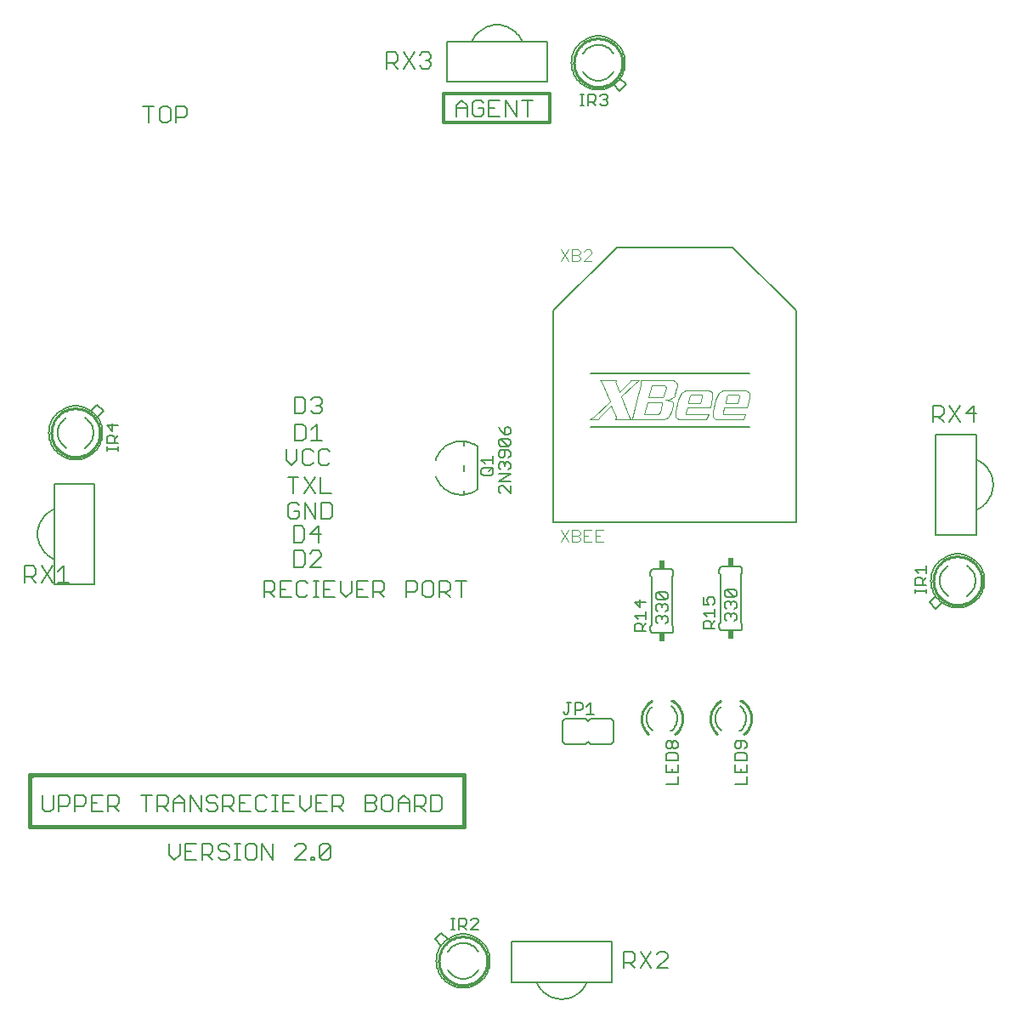
<source format=gto>
G75*
%MOIN*%
%OFA0B0*%
%FSLAX24Y24*%
%IPPOS*%
%LPD*%
%AMOC8*
5,1,8,0,0,1.08239X$1,22.5*
%
%ADD10C,0.0060*%
%ADD11C,0.0160*%
%ADD12C,0.0120*%
%ADD13C,0.0100*%
%ADD14C,0.0050*%
%ADD15R,0.0240X0.0340*%
%ADD16C,0.0080*%
%ADD17C,0.0040*%
D10*
X006263Y006576D02*
X006476Y006363D01*
X006690Y006576D01*
X006690Y007003D01*
X006907Y007003D02*
X006907Y006363D01*
X007334Y006363D01*
X007552Y006363D02*
X007552Y007003D01*
X007872Y007003D01*
X007979Y006896D01*
X007979Y006683D01*
X007872Y006576D01*
X007552Y006576D01*
X007765Y006576D02*
X007979Y006363D01*
X008196Y006469D02*
X008303Y006363D01*
X008517Y006363D01*
X008623Y006469D01*
X008623Y006576D01*
X008517Y006683D01*
X008303Y006683D01*
X008196Y006790D01*
X008196Y006896D01*
X008303Y007003D01*
X008517Y007003D01*
X008623Y006896D01*
X008841Y007003D02*
X009054Y007003D01*
X008948Y007003D02*
X008948Y006363D01*
X009054Y006363D02*
X008841Y006363D01*
X009271Y006469D02*
X009271Y006896D01*
X009377Y007003D01*
X009591Y007003D01*
X009698Y006896D01*
X009698Y006469D01*
X009591Y006363D01*
X009377Y006363D01*
X009271Y006469D01*
X009915Y006363D02*
X009915Y007003D01*
X010342Y006363D01*
X010342Y007003D01*
X011204Y006896D02*
X011311Y007003D01*
X011525Y007003D01*
X011631Y006896D01*
X011631Y006790D01*
X011204Y006363D01*
X011631Y006363D01*
X011849Y006363D02*
X011956Y006363D01*
X011956Y006469D01*
X011849Y006469D01*
X011849Y006363D01*
X012171Y006469D02*
X012171Y006896D01*
X012278Y007003D01*
X012491Y007003D01*
X012598Y006896D01*
X012171Y006469D01*
X012278Y006363D01*
X012491Y006363D01*
X012598Y006469D01*
X012598Y006896D01*
X012680Y008258D02*
X012680Y008898D01*
X013000Y008898D01*
X013107Y008792D01*
X013107Y008578D01*
X013000Y008471D01*
X012680Y008471D01*
X012893Y008471D02*
X013107Y008258D01*
X012462Y008258D02*
X012035Y008258D01*
X012035Y008898D01*
X012462Y008898D01*
X012249Y008578D02*
X012035Y008578D01*
X011818Y008471D02*
X011604Y008258D01*
X011391Y008471D01*
X011391Y008898D01*
X011173Y008898D02*
X010746Y008898D01*
X010746Y008258D01*
X011173Y008258D01*
X010960Y008578D02*
X010746Y008578D01*
X010530Y008258D02*
X010316Y008258D01*
X010423Y008258D02*
X010423Y008898D01*
X010316Y008898D02*
X010530Y008898D01*
X010099Y008792D02*
X009992Y008898D01*
X009779Y008898D01*
X009672Y008792D01*
X009672Y008364D01*
X009779Y008258D01*
X009992Y008258D01*
X010099Y008364D01*
X009454Y008258D02*
X009027Y008258D01*
X009027Y008898D01*
X009454Y008898D01*
X009241Y008578D02*
X009027Y008578D01*
X008810Y008578D02*
X008703Y008471D01*
X008383Y008471D01*
X008596Y008471D02*
X008810Y008258D01*
X008810Y008578D02*
X008810Y008792D01*
X008703Y008898D01*
X008383Y008898D01*
X008383Y008258D01*
X008165Y008364D02*
X008058Y008258D01*
X007845Y008258D01*
X007738Y008364D01*
X007845Y008578D02*
X008058Y008578D01*
X008165Y008471D01*
X008165Y008364D01*
X007845Y008578D02*
X007738Y008685D01*
X007738Y008792D01*
X007845Y008898D01*
X008058Y008898D01*
X008165Y008792D01*
X007521Y008898D02*
X007521Y008258D01*
X007094Y008898D01*
X007094Y008258D01*
X006876Y008258D02*
X006876Y008685D01*
X006663Y008898D01*
X006449Y008685D01*
X006449Y008258D01*
X006232Y008258D02*
X006018Y008471D01*
X006125Y008471D02*
X005805Y008471D01*
X005805Y008258D02*
X005805Y008898D01*
X006125Y008898D01*
X006232Y008792D01*
X006232Y008578D01*
X006125Y008471D01*
X006449Y008578D02*
X006876Y008578D01*
X005587Y008898D02*
X005160Y008898D01*
X005373Y008898D02*
X005373Y008258D01*
X004298Y008258D02*
X004084Y008471D01*
X004191Y008471D02*
X003871Y008471D01*
X003871Y008258D02*
X003871Y008898D01*
X004191Y008898D01*
X004298Y008792D01*
X004298Y008578D01*
X004191Y008471D01*
X003653Y008258D02*
X003226Y008258D01*
X003226Y008898D01*
X003653Y008898D01*
X003440Y008578D02*
X003226Y008578D01*
X003009Y008578D02*
X003009Y008792D01*
X002902Y008898D01*
X002582Y008898D01*
X002582Y008258D01*
X002582Y008471D02*
X002902Y008471D01*
X003009Y008578D01*
X002364Y008578D02*
X002257Y008471D01*
X001937Y008471D01*
X001937Y008258D02*
X001937Y008898D01*
X002257Y008898D01*
X002364Y008792D01*
X002364Y008578D01*
X001720Y008364D02*
X001613Y008258D01*
X001399Y008258D01*
X001293Y008364D01*
X001293Y008898D01*
X001720Y008898D02*
X001720Y008364D01*
X006263Y007003D02*
X006263Y006576D01*
X006907Y006683D02*
X007121Y006683D01*
X007334Y007003D02*
X006907Y007003D01*
X011818Y008471D02*
X011818Y008898D01*
X013969Y008898D02*
X013969Y008258D01*
X014289Y008258D01*
X014396Y008364D01*
X014396Y008471D01*
X014289Y008578D01*
X013969Y008578D01*
X014289Y008578D02*
X014396Y008685D01*
X014396Y008792D01*
X014289Y008898D01*
X013969Y008898D01*
X014613Y008792D02*
X014613Y008364D01*
X014720Y008258D01*
X014934Y008258D01*
X015040Y008364D01*
X015040Y008792D01*
X014934Y008898D01*
X014720Y008898D01*
X014613Y008792D01*
X015258Y008685D02*
X015258Y008258D01*
X015258Y008578D02*
X015685Y008578D01*
X015685Y008685D02*
X015685Y008258D01*
X015902Y008258D02*
X015902Y008898D01*
X016223Y008898D01*
X016329Y008792D01*
X016329Y008578D01*
X016223Y008471D01*
X015902Y008471D01*
X016116Y008471D02*
X016329Y008258D01*
X016547Y008258D02*
X016867Y008258D01*
X016974Y008364D01*
X016974Y008792D01*
X016867Y008898D01*
X016547Y008898D01*
X016547Y008258D01*
X015685Y008685D02*
X015471Y008898D01*
X015258Y008685D01*
X016950Y003500D02*
X017200Y003250D01*
X016950Y003000D02*
X016700Y003250D01*
X016950Y003500D01*
X017195Y002047D02*
X017223Y002003D01*
X017254Y001961D01*
X017289Y001922D01*
X017326Y001885D01*
X017365Y001851D01*
X017407Y001821D01*
X017451Y001793D01*
X017497Y001769D01*
X017545Y001748D01*
X017595Y001731D01*
X017645Y001717D01*
X017696Y001708D01*
X017748Y001702D01*
X017800Y001700D01*
X017195Y002753D02*
X017223Y002797D01*
X017254Y002839D01*
X017289Y002878D01*
X017326Y002915D01*
X017365Y002949D01*
X017407Y002979D01*
X017451Y003007D01*
X017497Y003031D01*
X017545Y003052D01*
X017595Y003069D01*
X017645Y003083D01*
X017696Y003092D01*
X017748Y003098D01*
X017800Y003100D01*
X016750Y002400D02*
X016752Y002465D01*
X016758Y002529D01*
X016768Y002593D01*
X016782Y002656D01*
X016799Y002718D01*
X016821Y002779D01*
X016846Y002839D01*
X016875Y002897D01*
X016907Y002953D01*
X016943Y003007D01*
X016982Y003058D01*
X017024Y003107D01*
X017069Y003154D01*
X017117Y003197D01*
X017167Y003238D01*
X017220Y003275D01*
X017275Y003309D01*
X017332Y003340D01*
X017391Y003367D01*
X017451Y003390D01*
X017513Y003410D01*
X017575Y003426D01*
X017639Y003438D01*
X017703Y003446D01*
X017768Y003450D01*
X017832Y003450D01*
X017897Y003446D01*
X017961Y003438D01*
X018025Y003426D01*
X018087Y003410D01*
X018149Y003390D01*
X018209Y003367D01*
X018268Y003340D01*
X018325Y003309D01*
X018380Y003275D01*
X018433Y003238D01*
X018483Y003197D01*
X018531Y003154D01*
X018576Y003107D01*
X018618Y003058D01*
X018657Y003007D01*
X018693Y002953D01*
X018725Y002897D01*
X018754Y002839D01*
X018779Y002779D01*
X018801Y002718D01*
X018818Y002656D01*
X018832Y002593D01*
X018842Y002529D01*
X018848Y002465D01*
X018850Y002400D01*
X018848Y002335D01*
X018842Y002271D01*
X018832Y002207D01*
X018818Y002144D01*
X018801Y002082D01*
X018779Y002021D01*
X018754Y001961D01*
X018725Y001903D01*
X018693Y001847D01*
X018657Y001793D01*
X018618Y001742D01*
X018576Y001693D01*
X018531Y001646D01*
X018483Y001603D01*
X018433Y001562D01*
X018380Y001525D01*
X018325Y001491D01*
X018268Y001460D01*
X018209Y001433D01*
X018149Y001410D01*
X018087Y001390D01*
X018025Y001374D01*
X017961Y001362D01*
X017897Y001354D01*
X017832Y001350D01*
X017768Y001350D01*
X017703Y001354D01*
X017639Y001362D01*
X017575Y001374D01*
X017513Y001390D01*
X017451Y001410D01*
X017391Y001433D01*
X017332Y001460D01*
X017275Y001491D01*
X017220Y001525D01*
X017167Y001562D01*
X017117Y001603D01*
X017069Y001646D01*
X017024Y001693D01*
X016982Y001742D01*
X016943Y001793D01*
X016907Y001847D01*
X016875Y001903D01*
X016846Y001961D01*
X016821Y002021D01*
X016799Y002082D01*
X016782Y002144D01*
X016768Y002207D01*
X016758Y002271D01*
X016752Y002335D01*
X016750Y002400D01*
X017800Y001700D02*
X017852Y001702D01*
X017904Y001708D01*
X017955Y001717D01*
X018005Y001731D01*
X018055Y001748D01*
X018103Y001769D01*
X018149Y001793D01*
X018193Y001821D01*
X018235Y001851D01*
X018274Y001885D01*
X018311Y001922D01*
X018346Y001961D01*
X018377Y002003D01*
X018405Y002047D01*
X018405Y002753D02*
X018377Y002797D01*
X018346Y002839D01*
X018311Y002878D01*
X018274Y002915D01*
X018235Y002949D01*
X018193Y002979D01*
X018149Y003007D01*
X018103Y003031D01*
X018055Y003052D01*
X018005Y003069D01*
X017955Y003083D01*
X017904Y003092D01*
X017852Y003098D01*
X017800Y003100D01*
X024106Y002755D02*
X024106Y002114D01*
X024106Y002328D02*
X024427Y002328D01*
X024533Y002435D01*
X024533Y002648D01*
X024427Y002755D01*
X024106Y002755D01*
X024320Y002328D02*
X024533Y002114D01*
X024751Y002114D02*
X025178Y002755D01*
X025395Y002648D02*
X025502Y002755D01*
X025716Y002755D01*
X025823Y002648D01*
X025823Y002541D01*
X025395Y002114D01*
X025823Y002114D01*
X025178Y002114D02*
X024751Y002755D01*
X023600Y010900D02*
X022800Y010900D01*
X022700Y011000D01*
X022600Y010900D01*
X021800Y010900D01*
X021700Y011000D01*
X021700Y011800D01*
X021800Y011900D01*
X022600Y011900D01*
X022700Y011800D01*
X022800Y011900D01*
X023600Y011900D01*
X023700Y011800D01*
X023700Y011000D01*
X023600Y010900D01*
X025000Y011900D02*
X025002Y011945D01*
X025007Y011991D01*
X025015Y012035D01*
X025027Y012079D01*
X025043Y012122D01*
X025061Y012164D01*
X025083Y012204D01*
X025107Y012242D01*
X025134Y012278D01*
X025164Y012313D01*
X025197Y012344D01*
X025232Y012374D01*
X026200Y011900D02*
X026198Y011853D01*
X026192Y011805D01*
X026183Y011759D01*
X026170Y011713D01*
X026154Y011669D01*
X026133Y011625D01*
X026110Y011584D01*
X026084Y011545D01*
X026054Y011508D01*
X026021Y011473D01*
X025986Y011441D01*
X025949Y011412D01*
X026200Y011900D02*
X026198Y011946D01*
X026193Y011992D01*
X026184Y012038D01*
X026172Y012083D01*
X026156Y012126D01*
X026137Y012168D01*
X026114Y012209D01*
X026089Y012248D01*
X026061Y012284D01*
X026030Y012319D01*
X025996Y012351D01*
X025960Y012380D01*
X025000Y011900D02*
X025002Y011855D01*
X025007Y011809D01*
X025015Y011765D01*
X025027Y011721D01*
X025043Y011678D01*
X025061Y011636D01*
X025083Y011596D01*
X025107Y011558D01*
X025134Y011522D01*
X025164Y011487D01*
X025197Y011456D01*
X025232Y011426D01*
X028660Y012380D02*
X028696Y012351D01*
X028730Y012319D01*
X028761Y012284D01*
X028789Y012248D01*
X028814Y012209D01*
X028837Y012168D01*
X028856Y012126D01*
X028872Y012083D01*
X028884Y012038D01*
X028893Y011992D01*
X028898Y011946D01*
X028900Y011900D01*
X027932Y012374D02*
X027897Y012344D01*
X027864Y012313D01*
X027834Y012278D01*
X027807Y012242D01*
X027783Y012204D01*
X027761Y012164D01*
X027743Y012122D01*
X027727Y012079D01*
X027715Y012035D01*
X027707Y011991D01*
X027702Y011945D01*
X027700Y011900D01*
X028649Y011412D02*
X028686Y011441D01*
X028721Y011473D01*
X028754Y011508D01*
X028784Y011545D01*
X028810Y011584D01*
X028833Y011625D01*
X028854Y011669D01*
X028870Y011713D01*
X028883Y011759D01*
X028892Y011805D01*
X028898Y011853D01*
X028900Y011900D01*
X027932Y011426D02*
X027897Y011456D01*
X027864Y011487D01*
X027834Y011522D01*
X027807Y011558D01*
X027783Y011596D01*
X027761Y011636D01*
X027743Y011678D01*
X027727Y011721D01*
X027715Y011765D01*
X027707Y011809D01*
X027702Y011855D01*
X027700Y011900D01*
X027950Y015350D02*
X028650Y015350D01*
X028667Y015352D01*
X028684Y015356D01*
X028700Y015363D01*
X028714Y015373D01*
X028727Y015386D01*
X028737Y015400D01*
X028744Y015416D01*
X028748Y015433D01*
X028750Y015450D01*
X028750Y015600D01*
X028700Y015650D01*
X028700Y017550D01*
X028750Y017600D01*
X028750Y017750D01*
X028748Y017767D01*
X028744Y017784D01*
X028737Y017800D01*
X028727Y017814D01*
X028714Y017827D01*
X028700Y017837D01*
X028684Y017844D01*
X028667Y017848D01*
X028650Y017850D01*
X027950Y017850D01*
X027933Y017848D01*
X027916Y017844D01*
X027900Y017837D01*
X027886Y017827D01*
X027873Y017814D01*
X027863Y017800D01*
X027856Y017784D01*
X027852Y017767D01*
X027850Y017750D01*
X027850Y017600D01*
X027900Y017550D01*
X027900Y015650D01*
X027850Y015600D01*
X027850Y015450D01*
X027852Y015433D01*
X027856Y015416D01*
X027863Y015400D01*
X027873Y015386D01*
X027886Y015373D01*
X027900Y015363D01*
X027916Y015356D01*
X027933Y015352D01*
X027950Y015350D01*
X026050Y015350D02*
X026050Y015500D01*
X026000Y015550D01*
X026000Y017450D01*
X026050Y017500D01*
X026050Y017650D01*
X026048Y017667D01*
X026044Y017684D01*
X026037Y017700D01*
X026027Y017714D01*
X026014Y017727D01*
X026000Y017737D01*
X025984Y017744D01*
X025967Y017748D01*
X025950Y017750D01*
X025250Y017750D01*
X025233Y017748D01*
X025216Y017744D01*
X025200Y017737D01*
X025186Y017727D01*
X025173Y017714D01*
X025163Y017700D01*
X025156Y017684D01*
X025152Y017667D01*
X025150Y017650D01*
X025150Y017500D01*
X025200Y017450D01*
X025200Y015550D01*
X025150Y015500D01*
X025150Y015350D01*
X025152Y015333D01*
X025156Y015316D01*
X025163Y015300D01*
X025173Y015286D01*
X025186Y015273D01*
X025200Y015263D01*
X025216Y015256D01*
X025233Y015252D01*
X025250Y015250D01*
X025950Y015250D01*
X025967Y015252D01*
X025984Y015256D01*
X026000Y015263D01*
X026014Y015273D01*
X026027Y015286D01*
X026037Y015300D01*
X026044Y015316D01*
X026048Y015333D01*
X026050Y015350D01*
X018380Y020895D02*
X018380Y022545D01*
X017830Y022607D02*
X017830Y022765D01*
X017830Y021833D02*
X017830Y021607D01*
X018380Y020895D02*
X018329Y020858D01*
X018276Y020823D01*
X018220Y020791D01*
X018163Y020763D01*
X018104Y020739D01*
X018044Y020718D01*
X017983Y020701D01*
X017921Y020687D01*
X017858Y020678D01*
X017795Y020672D01*
X017731Y020670D01*
X017667Y020672D01*
X017604Y020678D01*
X017541Y020687D01*
X017479Y020700D01*
X017418Y020718D01*
X017358Y020738D01*
X017299Y020763D01*
X017242Y020791D01*
X017186Y020822D01*
X017133Y020856D01*
X017082Y020894D01*
X017033Y020935D01*
X016987Y020979D01*
X016943Y021025D01*
X016902Y021074D01*
X016865Y021125D01*
X016830Y021179D01*
X016799Y021234D01*
X016771Y021291D01*
X016747Y021350D01*
X016727Y021410D01*
X016727Y022030D02*
X016747Y022090D01*
X016771Y022149D01*
X016799Y022206D01*
X016830Y022261D01*
X016865Y022315D01*
X016902Y022366D01*
X016943Y022415D01*
X016987Y022461D01*
X017033Y022505D01*
X017082Y022546D01*
X017133Y022584D01*
X017186Y022618D01*
X017242Y022650D01*
X017299Y022677D01*
X017358Y022702D01*
X017418Y022722D01*
X017479Y022740D01*
X017541Y022753D01*
X017604Y022762D01*
X017667Y022768D01*
X017731Y022770D01*
X017795Y022768D01*
X017858Y022762D01*
X017921Y022753D01*
X017983Y022739D01*
X018044Y022722D01*
X018104Y022701D01*
X018163Y022677D01*
X018220Y022649D01*
X018276Y022617D01*
X018329Y022582D01*
X018380Y022545D01*
X017830Y020833D02*
X017830Y020675D01*
X017933Y017285D02*
X017506Y017285D01*
X017719Y017285D02*
X017719Y016645D01*
X017288Y016645D02*
X017075Y016858D01*
X017181Y016858D02*
X016861Y016858D01*
X016861Y016645D02*
X016861Y017285D01*
X017181Y017285D01*
X017288Y017179D01*
X017288Y016965D01*
X017181Y016858D01*
X016644Y016751D02*
X016644Y017179D01*
X016537Y017285D01*
X016323Y017285D01*
X016217Y017179D01*
X016217Y016751D01*
X016323Y016645D01*
X016537Y016645D01*
X016644Y016751D01*
X015999Y016965D02*
X015892Y016858D01*
X015572Y016858D01*
X015572Y016645D02*
X015572Y017285D01*
X015892Y017285D01*
X015999Y017179D01*
X015999Y016965D01*
X014710Y016965D02*
X014603Y016858D01*
X014283Y016858D01*
X014283Y016645D02*
X014283Y017285D01*
X014603Y017285D01*
X014710Y017179D01*
X014710Y016965D01*
X014496Y016858D02*
X014710Y016645D01*
X014065Y016645D02*
X013638Y016645D01*
X013638Y017285D01*
X014065Y017285D01*
X013852Y016965D02*
X013638Y016965D01*
X013421Y016858D02*
X013421Y017285D01*
X013421Y016858D02*
X013207Y016645D01*
X012994Y016858D01*
X012994Y017285D01*
X012776Y017285D02*
X012349Y017285D01*
X012349Y016645D01*
X012776Y016645D01*
X012563Y016965D02*
X012349Y016965D01*
X012133Y016645D02*
X011920Y016645D01*
X012026Y016645D02*
X012026Y017285D01*
X011920Y017285D02*
X012133Y017285D01*
X011702Y017179D02*
X011595Y017285D01*
X011382Y017285D01*
X011275Y017179D01*
X011275Y016751D01*
X011382Y016645D01*
X011595Y016645D01*
X011702Y016751D01*
X011058Y016645D02*
X010630Y016645D01*
X010630Y017285D01*
X011058Y017285D01*
X010844Y016965D02*
X010630Y016965D01*
X010413Y016965D02*
X010306Y016858D01*
X009986Y016858D01*
X009986Y016645D02*
X009986Y017285D01*
X010306Y017285D01*
X010413Y017179D01*
X010413Y016965D01*
X010199Y016858D02*
X010413Y016645D01*
X011165Y017839D02*
X011486Y017839D01*
X011592Y017945D01*
X011592Y018372D01*
X011486Y018479D01*
X011165Y018479D01*
X011165Y017839D01*
X011810Y017839D02*
X012237Y018266D01*
X012237Y018372D01*
X012130Y018479D01*
X011917Y018479D01*
X011810Y018372D01*
X011810Y017839D02*
X012237Y017839D01*
X012118Y018807D02*
X012118Y019448D01*
X011798Y019127D01*
X012225Y019127D01*
X012231Y019723D02*
X012551Y019723D01*
X012658Y019830D01*
X012658Y020257D01*
X012551Y020364D01*
X012231Y020364D01*
X012231Y019723D01*
X012014Y019723D02*
X012014Y020364D01*
X011993Y020732D02*
X011566Y021373D01*
X011348Y021373D02*
X010921Y021373D01*
X011135Y021373D02*
X011135Y020732D01*
X011049Y020364D02*
X010942Y020257D01*
X010942Y019830D01*
X011049Y019723D01*
X011262Y019723D01*
X011369Y019830D01*
X011369Y020043D01*
X011156Y020043D01*
X011369Y020257D02*
X011262Y020364D01*
X011049Y020364D01*
X011587Y020364D02*
X011587Y019723D01*
X011474Y019448D02*
X011581Y019341D01*
X011581Y018914D01*
X011474Y018807D01*
X011154Y018807D01*
X011154Y019448D01*
X011474Y019448D01*
X012014Y019723D02*
X011587Y020364D01*
X011566Y020732D02*
X011993Y021373D01*
X012210Y021373D02*
X012210Y020732D01*
X012637Y020732D01*
X012462Y021813D02*
X012248Y021813D01*
X012141Y021919D01*
X012141Y022347D01*
X012248Y022453D01*
X012462Y022453D01*
X012568Y022347D01*
X012568Y021919D02*
X012462Y021813D01*
X011924Y021919D02*
X011817Y021813D01*
X011604Y021813D01*
X011497Y021919D01*
X011497Y022347D01*
X011604Y022453D01*
X011817Y022453D01*
X011924Y022347D01*
X011841Y022795D02*
X012269Y022795D01*
X012055Y022795D02*
X012055Y023436D01*
X011841Y023222D01*
X011624Y023329D02*
X011517Y023436D01*
X011197Y023436D01*
X011197Y022795D01*
X011517Y022795D01*
X011624Y022902D01*
X011624Y023329D01*
X011509Y023847D02*
X011189Y023847D01*
X011189Y024487D01*
X011509Y024487D01*
X011616Y024380D01*
X011616Y023953D01*
X011509Y023847D01*
X011834Y023953D02*
X011940Y023847D01*
X012154Y023847D01*
X012261Y023953D01*
X012261Y024060D01*
X012154Y024167D01*
X012047Y024167D01*
X012154Y024167D02*
X012261Y024274D01*
X012261Y024380D01*
X012154Y024487D01*
X011940Y024487D01*
X011834Y024380D01*
X011279Y022453D02*
X011279Y022026D01*
X011066Y021813D01*
X010852Y022026D01*
X010852Y022453D01*
X003700Y023950D02*
X003450Y023700D01*
X003200Y023950D02*
X003450Y024200D01*
X003700Y023950D01*
X002247Y023705D02*
X002203Y023677D01*
X002161Y023646D01*
X002122Y023611D01*
X002085Y023574D01*
X002051Y023535D01*
X002021Y023493D01*
X001993Y023449D01*
X001969Y023403D01*
X001948Y023355D01*
X001931Y023305D01*
X001917Y023255D01*
X001908Y023204D01*
X001902Y023152D01*
X001900Y023100D01*
X002953Y023705D02*
X002997Y023677D01*
X003039Y023646D01*
X003078Y023611D01*
X003115Y023574D01*
X003149Y023535D01*
X003179Y023493D01*
X003207Y023449D01*
X003231Y023403D01*
X003252Y023355D01*
X003269Y023305D01*
X003283Y023255D01*
X003292Y023204D01*
X003298Y023152D01*
X003300Y023100D01*
X001550Y023100D02*
X001552Y023165D01*
X001558Y023229D01*
X001568Y023293D01*
X001582Y023356D01*
X001599Y023418D01*
X001621Y023479D01*
X001646Y023539D01*
X001675Y023597D01*
X001707Y023653D01*
X001743Y023707D01*
X001782Y023758D01*
X001824Y023807D01*
X001869Y023854D01*
X001917Y023897D01*
X001967Y023938D01*
X002020Y023975D01*
X002075Y024009D01*
X002132Y024040D01*
X002191Y024067D01*
X002251Y024090D01*
X002313Y024110D01*
X002375Y024126D01*
X002439Y024138D01*
X002503Y024146D01*
X002568Y024150D01*
X002632Y024150D01*
X002697Y024146D01*
X002761Y024138D01*
X002825Y024126D01*
X002887Y024110D01*
X002949Y024090D01*
X003009Y024067D01*
X003068Y024040D01*
X003125Y024009D01*
X003180Y023975D01*
X003233Y023938D01*
X003283Y023897D01*
X003331Y023854D01*
X003376Y023807D01*
X003418Y023758D01*
X003457Y023707D01*
X003493Y023653D01*
X003525Y023597D01*
X003554Y023539D01*
X003579Y023479D01*
X003601Y023418D01*
X003618Y023356D01*
X003632Y023293D01*
X003642Y023229D01*
X003648Y023165D01*
X003650Y023100D01*
X003648Y023035D01*
X003642Y022971D01*
X003632Y022907D01*
X003618Y022844D01*
X003601Y022782D01*
X003579Y022721D01*
X003554Y022661D01*
X003525Y022603D01*
X003493Y022547D01*
X003457Y022493D01*
X003418Y022442D01*
X003376Y022393D01*
X003331Y022346D01*
X003283Y022303D01*
X003233Y022262D01*
X003180Y022225D01*
X003125Y022191D01*
X003068Y022160D01*
X003009Y022133D01*
X002949Y022110D01*
X002887Y022090D01*
X002825Y022074D01*
X002761Y022062D01*
X002697Y022054D01*
X002632Y022050D01*
X002568Y022050D01*
X002503Y022054D01*
X002439Y022062D01*
X002375Y022074D01*
X002313Y022090D01*
X002251Y022110D01*
X002191Y022133D01*
X002132Y022160D01*
X002075Y022191D01*
X002020Y022225D01*
X001967Y022262D01*
X001917Y022303D01*
X001869Y022346D01*
X001824Y022393D01*
X001782Y022442D01*
X001743Y022493D01*
X001707Y022547D01*
X001675Y022603D01*
X001646Y022661D01*
X001621Y022721D01*
X001599Y022782D01*
X001582Y022844D01*
X001568Y022907D01*
X001558Y022971D01*
X001552Y023035D01*
X001550Y023100D01*
X002953Y022495D02*
X002997Y022523D01*
X003039Y022554D01*
X003078Y022589D01*
X003115Y022626D01*
X003149Y022665D01*
X003179Y022707D01*
X003207Y022751D01*
X003231Y022797D01*
X003252Y022845D01*
X003269Y022895D01*
X003283Y022945D01*
X003292Y022996D01*
X003298Y023048D01*
X003300Y023100D01*
X002247Y022495D02*
X002203Y022523D01*
X002161Y022554D01*
X002122Y022589D01*
X002085Y022626D01*
X002051Y022665D01*
X002021Y022707D01*
X001993Y022751D01*
X001969Y022797D01*
X001948Y022845D01*
X001931Y022895D01*
X001917Y022945D01*
X001908Y022996D01*
X001902Y023048D01*
X001900Y023100D01*
X001687Y017879D02*
X001260Y017239D01*
X001042Y017239D02*
X000829Y017452D01*
X000935Y017452D02*
X000615Y017452D01*
X000615Y017239D02*
X000615Y017879D01*
X000935Y017879D01*
X001042Y017773D01*
X001042Y017559D01*
X000935Y017452D01*
X001260Y017879D02*
X001687Y017239D01*
X001904Y017239D02*
X002331Y017239D01*
X002118Y017239D02*
X002118Y017879D01*
X001904Y017666D01*
X005462Y035248D02*
X005462Y035889D01*
X005675Y035889D02*
X005248Y035889D01*
X005893Y035782D02*
X005893Y035355D01*
X005999Y035248D01*
X006213Y035248D01*
X006320Y035355D01*
X006320Y035782D01*
X006213Y035889D01*
X005999Y035889D01*
X005893Y035782D01*
X006537Y035889D02*
X006537Y035248D01*
X006537Y035462D02*
X006857Y035462D01*
X006964Y035568D01*
X006964Y035782D01*
X006857Y035889D01*
X006537Y035889D01*
X014815Y037374D02*
X014815Y038015D01*
X015135Y038015D01*
X015242Y037908D01*
X015242Y037694D01*
X015135Y037588D01*
X014815Y037588D01*
X015029Y037588D02*
X015242Y037374D01*
X015460Y037374D02*
X015887Y038015D01*
X016104Y037908D02*
X016211Y038015D01*
X016424Y038015D01*
X016531Y037908D01*
X016531Y037801D01*
X016424Y037694D01*
X016531Y037588D01*
X016531Y037481D01*
X016424Y037374D01*
X016211Y037374D01*
X016104Y037481D01*
X015887Y037374D02*
X015460Y038015D01*
X016318Y037694D02*
X016424Y037694D01*
X017742Y036134D02*
X017955Y035920D01*
X017955Y035493D01*
X018173Y035600D02*
X018280Y035493D01*
X018493Y035493D01*
X018600Y035600D01*
X018600Y035813D01*
X018386Y035813D01*
X018173Y036027D02*
X018173Y035600D01*
X017955Y035813D02*
X017528Y035813D01*
X017528Y035920D02*
X017742Y036134D01*
X017528Y035920D02*
X017528Y035493D01*
X018173Y036027D02*
X018280Y036134D01*
X018493Y036134D01*
X018600Y036027D01*
X018817Y036134D02*
X018817Y035493D01*
X019244Y035493D01*
X019462Y035493D02*
X019462Y036134D01*
X019889Y035493D01*
X019889Y036134D01*
X020106Y036134D02*
X020533Y036134D01*
X020320Y036134D02*
X020320Y035493D01*
X019244Y036134D02*
X018817Y036134D01*
X018817Y035813D02*
X019031Y035813D01*
X022495Y037953D02*
X022523Y037997D01*
X022554Y038039D01*
X022589Y038078D01*
X022626Y038115D01*
X022665Y038149D01*
X022707Y038179D01*
X022751Y038207D01*
X022797Y038231D01*
X022845Y038252D01*
X022895Y038269D01*
X022945Y038283D01*
X022996Y038292D01*
X023048Y038298D01*
X023100Y038300D01*
X022050Y037600D02*
X022052Y037665D01*
X022058Y037729D01*
X022068Y037793D01*
X022082Y037856D01*
X022099Y037918D01*
X022121Y037979D01*
X022146Y038039D01*
X022175Y038097D01*
X022207Y038153D01*
X022243Y038207D01*
X022282Y038258D01*
X022324Y038307D01*
X022369Y038354D01*
X022417Y038397D01*
X022467Y038438D01*
X022520Y038475D01*
X022575Y038509D01*
X022632Y038540D01*
X022691Y038567D01*
X022751Y038590D01*
X022813Y038610D01*
X022875Y038626D01*
X022939Y038638D01*
X023003Y038646D01*
X023068Y038650D01*
X023132Y038650D01*
X023197Y038646D01*
X023261Y038638D01*
X023325Y038626D01*
X023387Y038610D01*
X023449Y038590D01*
X023509Y038567D01*
X023568Y038540D01*
X023625Y038509D01*
X023680Y038475D01*
X023733Y038438D01*
X023783Y038397D01*
X023831Y038354D01*
X023876Y038307D01*
X023918Y038258D01*
X023957Y038207D01*
X023993Y038153D01*
X024025Y038097D01*
X024054Y038039D01*
X024079Y037979D01*
X024101Y037918D01*
X024118Y037856D01*
X024132Y037793D01*
X024142Y037729D01*
X024148Y037665D01*
X024150Y037600D01*
X024148Y037535D01*
X024142Y037471D01*
X024132Y037407D01*
X024118Y037344D01*
X024101Y037282D01*
X024079Y037221D01*
X024054Y037161D01*
X024025Y037103D01*
X023993Y037047D01*
X023957Y036993D01*
X023918Y036942D01*
X023876Y036893D01*
X023831Y036846D01*
X023783Y036803D01*
X023733Y036762D01*
X023680Y036725D01*
X023625Y036691D01*
X023568Y036660D01*
X023509Y036633D01*
X023449Y036610D01*
X023387Y036590D01*
X023325Y036574D01*
X023261Y036562D01*
X023197Y036554D01*
X023132Y036550D01*
X023068Y036550D01*
X023003Y036554D01*
X022939Y036562D01*
X022875Y036574D01*
X022813Y036590D01*
X022751Y036610D01*
X022691Y036633D01*
X022632Y036660D01*
X022575Y036691D01*
X022520Y036725D01*
X022467Y036762D01*
X022417Y036803D01*
X022369Y036846D01*
X022324Y036893D01*
X022282Y036942D01*
X022243Y036993D01*
X022207Y037047D01*
X022175Y037103D01*
X022146Y037161D01*
X022121Y037221D01*
X022099Y037282D01*
X022082Y037344D01*
X022068Y037407D01*
X022058Y037471D01*
X022052Y037535D01*
X022050Y037600D01*
X022495Y037247D02*
X022523Y037203D01*
X022554Y037161D01*
X022589Y037122D01*
X022626Y037085D01*
X022665Y037051D01*
X022707Y037021D01*
X022751Y036993D01*
X022797Y036969D01*
X022845Y036948D01*
X022895Y036931D01*
X022945Y036917D01*
X022996Y036908D01*
X023048Y036902D01*
X023100Y036900D01*
X023700Y036750D02*
X023950Y036500D01*
X024200Y036750D01*
X023950Y037000D01*
X023705Y037953D02*
X023677Y037997D01*
X023646Y038039D01*
X023611Y038078D01*
X023574Y038115D01*
X023535Y038149D01*
X023493Y038179D01*
X023449Y038207D01*
X023403Y038231D01*
X023355Y038252D01*
X023305Y038269D01*
X023255Y038283D01*
X023204Y038292D01*
X023152Y038298D01*
X023100Y038300D01*
X023705Y037247D02*
X023677Y037203D01*
X023646Y037161D01*
X023611Y037122D01*
X023574Y037085D01*
X023535Y037051D01*
X023493Y037021D01*
X023449Y036993D01*
X023403Y036969D01*
X023355Y036948D01*
X023305Y036931D01*
X023255Y036917D01*
X023204Y036908D01*
X023152Y036902D01*
X023100Y036900D01*
X022800Y025429D02*
X029028Y025429D01*
X029028Y023341D02*
X022800Y023341D01*
X036228Y023528D02*
X036228Y024168D01*
X036549Y024168D01*
X036655Y024061D01*
X036655Y023848D01*
X036549Y023741D01*
X036228Y023741D01*
X036442Y023741D02*
X036655Y023528D01*
X036873Y023528D02*
X037300Y024168D01*
X037518Y023848D02*
X037945Y023848D01*
X037838Y023528D02*
X037838Y024168D01*
X037518Y023848D01*
X037300Y023528D02*
X036873Y024168D01*
X037553Y017905D02*
X037597Y017877D01*
X037639Y017846D01*
X037678Y017811D01*
X037715Y017774D01*
X037749Y017735D01*
X037779Y017693D01*
X037807Y017649D01*
X037831Y017603D01*
X037852Y017555D01*
X037869Y017505D01*
X037883Y017455D01*
X037892Y017404D01*
X037898Y017352D01*
X037900Y017300D01*
X036150Y017300D02*
X036152Y017365D01*
X036158Y017429D01*
X036168Y017493D01*
X036182Y017556D01*
X036199Y017618D01*
X036221Y017679D01*
X036246Y017739D01*
X036275Y017797D01*
X036307Y017853D01*
X036343Y017907D01*
X036382Y017958D01*
X036424Y018007D01*
X036469Y018054D01*
X036517Y018097D01*
X036567Y018138D01*
X036620Y018175D01*
X036675Y018209D01*
X036732Y018240D01*
X036791Y018267D01*
X036851Y018290D01*
X036913Y018310D01*
X036975Y018326D01*
X037039Y018338D01*
X037103Y018346D01*
X037168Y018350D01*
X037232Y018350D01*
X037297Y018346D01*
X037361Y018338D01*
X037425Y018326D01*
X037487Y018310D01*
X037549Y018290D01*
X037609Y018267D01*
X037668Y018240D01*
X037725Y018209D01*
X037780Y018175D01*
X037833Y018138D01*
X037883Y018097D01*
X037931Y018054D01*
X037976Y018007D01*
X038018Y017958D01*
X038057Y017907D01*
X038093Y017853D01*
X038125Y017797D01*
X038154Y017739D01*
X038179Y017679D01*
X038201Y017618D01*
X038218Y017556D01*
X038232Y017493D01*
X038242Y017429D01*
X038248Y017365D01*
X038250Y017300D01*
X038248Y017235D01*
X038242Y017171D01*
X038232Y017107D01*
X038218Y017044D01*
X038201Y016982D01*
X038179Y016921D01*
X038154Y016861D01*
X038125Y016803D01*
X038093Y016747D01*
X038057Y016693D01*
X038018Y016642D01*
X037976Y016593D01*
X037931Y016546D01*
X037883Y016503D01*
X037833Y016462D01*
X037780Y016425D01*
X037725Y016391D01*
X037668Y016360D01*
X037609Y016333D01*
X037549Y016310D01*
X037487Y016290D01*
X037425Y016274D01*
X037361Y016262D01*
X037297Y016254D01*
X037232Y016250D01*
X037168Y016250D01*
X037103Y016254D01*
X037039Y016262D01*
X036975Y016274D01*
X036913Y016290D01*
X036851Y016310D01*
X036791Y016333D01*
X036732Y016360D01*
X036675Y016391D01*
X036620Y016425D01*
X036567Y016462D01*
X036517Y016503D01*
X036469Y016546D01*
X036424Y016593D01*
X036382Y016642D01*
X036343Y016693D01*
X036307Y016747D01*
X036275Y016803D01*
X036246Y016861D01*
X036221Y016921D01*
X036199Y016982D01*
X036182Y017044D01*
X036168Y017107D01*
X036158Y017171D01*
X036152Y017235D01*
X036150Y017300D01*
X036350Y016700D02*
X036100Y016450D01*
X036350Y016200D01*
X036600Y016450D01*
X037553Y016695D02*
X037597Y016723D01*
X037639Y016754D01*
X037678Y016789D01*
X037715Y016826D01*
X037749Y016865D01*
X037779Y016907D01*
X037807Y016951D01*
X037831Y016997D01*
X037852Y017045D01*
X037869Y017095D01*
X037883Y017145D01*
X037892Y017196D01*
X037898Y017248D01*
X037900Y017300D01*
X036847Y016695D02*
X036803Y016723D01*
X036761Y016754D01*
X036722Y016789D01*
X036685Y016826D01*
X036651Y016865D01*
X036621Y016907D01*
X036593Y016951D01*
X036569Y016997D01*
X036548Y017045D01*
X036531Y017095D01*
X036517Y017145D01*
X036508Y017196D01*
X036502Y017248D01*
X036500Y017300D01*
X036502Y017352D01*
X036508Y017404D01*
X036517Y017455D01*
X036531Y017505D01*
X036548Y017555D01*
X036569Y017603D01*
X036593Y017649D01*
X036621Y017693D01*
X036651Y017735D01*
X036685Y017774D01*
X036722Y017811D01*
X036761Y017846D01*
X036803Y017877D01*
X036847Y017905D01*
D11*
X017832Y009699D02*
X017832Y007666D01*
X000800Y007666D01*
X000800Y009699D01*
X000900Y009699D01*
X000900Y009666D01*
X000867Y009699D02*
X017832Y009699D01*
D12*
X017032Y035263D02*
X017032Y036396D01*
X021198Y036396D01*
X021198Y035263D01*
X017032Y035263D01*
D13*
X022150Y037600D02*
X022152Y037661D01*
X022158Y037723D01*
X022168Y037783D01*
X022182Y037843D01*
X022199Y037902D01*
X022221Y037960D01*
X022246Y038016D01*
X022275Y038071D01*
X022307Y038123D01*
X022342Y038173D01*
X022381Y038221D01*
X022423Y038266D01*
X022467Y038309D01*
X022515Y038348D01*
X022564Y038385D01*
X022616Y038418D01*
X022670Y038447D01*
X022726Y038473D01*
X022783Y038496D01*
X022842Y038514D01*
X022901Y038529D01*
X022962Y038540D01*
X023023Y038547D01*
X023085Y038550D01*
X023146Y038549D01*
X023207Y038544D01*
X023268Y038535D01*
X023328Y038522D01*
X023388Y038505D01*
X023446Y038485D01*
X023502Y038461D01*
X023557Y038433D01*
X023610Y038401D01*
X023661Y038367D01*
X023709Y038329D01*
X023755Y038288D01*
X023798Y038244D01*
X023839Y038197D01*
X023876Y038148D01*
X023910Y038097D01*
X023940Y038044D01*
X023967Y037988D01*
X023990Y037931D01*
X024010Y037873D01*
X024026Y037814D01*
X024038Y037753D01*
X024046Y037692D01*
X024050Y037631D01*
X024050Y037569D01*
X024046Y037508D01*
X024038Y037447D01*
X024026Y037386D01*
X024010Y037327D01*
X023990Y037269D01*
X023967Y037212D01*
X023940Y037156D01*
X023910Y037103D01*
X023876Y037052D01*
X023839Y037003D01*
X023798Y036956D01*
X023755Y036912D01*
X023709Y036871D01*
X023661Y036833D01*
X023610Y036799D01*
X023557Y036767D01*
X023502Y036739D01*
X023446Y036715D01*
X023388Y036695D01*
X023328Y036678D01*
X023268Y036665D01*
X023207Y036656D01*
X023146Y036651D01*
X023085Y036650D01*
X023023Y036653D01*
X022962Y036660D01*
X022901Y036671D01*
X022842Y036686D01*
X022783Y036704D01*
X022726Y036727D01*
X022670Y036753D01*
X022616Y036782D01*
X022564Y036815D01*
X022515Y036852D01*
X022467Y036891D01*
X022423Y036934D01*
X022381Y036979D01*
X022342Y037027D01*
X022307Y037077D01*
X022275Y037129D01*
X022246Y037184D01*
X022221Y037240D01*
X022199Y037298D01*
X022182Y037357D01*
X022168Y037417D01*
X022158Y037477D01*
X022152Y037539D01*
X022150Y037600D01*
X001650Y023100D02*
X001652Y023161D01*
X001658Y023223D01*
X001668Y023283D01*
X001682Y023343D01*
X001699Y023402D01*
X001721Y023460D01*
X001746Y023516D01*
X001775Y023571D01*
X001807Y023623D01*
X001842Y023673D01*
X001881Y023721D01*
X001923Y023766D01*
X001967Y023809D01*
X002015Y023848D01*
X002064Y023885D01*
X002116Y023918D01*
X002170Y023947D01*
X002226Y023973D01*
X002283Y023996D01*
X002342Y024014D01*
X002401Y024029D01*
X002462Y024040D01*
X002523Y024047D01*
X002585Y024050D01*
X002646Y024049D01*
X002707Y024044D01*
X002768Y024035D01*
X002828Y024022D01*
X002888Y024005D01*
X002946Y023985D01*
X003002Y023961D01*
X003057Y023933D01*
X003110Y023901D01*
X003161Y023867D01*
X003209Y023829D01*
X003255Y023788D01*
X003298Y023744D01*
X003339Y023697D01*
X003376Y023648D01*
X003410Y023597D01*
X003440Y023544D01*
X003467Y023488D01*
X003490Y023431D01*
X003510Y023373D01*
X003526Y023314D01*
X003538Y023253D01*
X003546Y023192D01*
X003550Y023131D01*
X003550Y023069D01*
X003546Y023008D01*
X003538Y022947D01*
X003526Y022886D01*
X003510Y022827D01*
X003490Y022769D01*
X003467Y022712D01*
X003440Y022656D01*
X003410Y022603D01*
X003376Y022552D01*
X003339Y022503D01*
X003298Y022456D01*
X003255Y022412D01*
X003209Y022371D01*
X003161Y022333D01*
X003110Y022299D01*
X003057Y022267D01*
X003002Y022239D01*
X002946Y022215D01*
X002888Y022195D01*
X002828Y022178D01*
X002768Y022165D01*
X002707Y022156D01*
X002646Y022151D01*
X002585Y022150D01*
X002523Y022153D01*
X002462Y022160D01*
X002401Y022171D01*
X002342Y022186D01*
X002283Y022204D01*
X002226Y022227D01*
X002170Y022253D01*
X002116Y022282D01*
X002064Y022315D01*
X002015Y022352D01*
X001967Y022391D01*
X001923Y022434D01*
X001881Y022479D01*
X001842Y022527D01*
X001807Y022577D01*
X001775Y022629D01*
X001746Y022684D01*
X001721Y022740D01*
X001699Y022798D01*
X001682Y022857D01*
X001668Y022917D01*
X001658Y022977D01*
X001652Y023039D01*
X001650Y023100D01*
X016850Y002400D02*
X016852Y002461D01*
X016858Y002523D01*
X016868Y002583D01*
X016882Y002643D01*
X016899Y002702D01*
X016921Y002760D01*
X016946Y002816D01*
X016975Y002871D01*
X017007Y002923D01*
X017042Y002973D01*
X017081Y003021D01*
X017123Y003066D01*
X017167Y003109D01*
X017215Y003148D01*
X017264Y003185D01*
X017316Y003218D01*
X017370Y003247D01*
X017426Y003273D01*
X017483Y003296D01*
X017542Y003314D01*
X017601Y003329D01*
X017662Y003340D01*
X017723Y003347D01*
X017785Y003350D01*
X017846Y003349D01*
X017907Y003344D01*
X017968Y003335D01*
X018028Y003322D01*
X018088Y003305D01*
X018146Y003285D01*
X018202Y003261D01*
X018257Y003233D01*
X018310Y003201D01*
X018361Y003167D01*
X018409Y003129D01*
X018455Y003088D01*
X018498Y003044D01*
X018539Y002997D01*
X018576Y002948D01*
X018610Y002897D01*
X018640Y002844D01*
X018667Y002788D01*
X018690Y002731D01*
X018710Y002673D01*
X018726Y002614D01*
X018738Y002553D01*
X018746Y002492D01*
X018750Y002431D01*
X018750Y002369D01*
X018746Y002308D01*
X018738Y002247D01*
X018726Y002186D01*
X018710Y002127D01*
X018690Y002069D01*
X018667Y002012D01*
X018640Y001956D01*
X018610Y001903D01*
X018576Y001852D01*
X018539Y001803D01*
X018498Y001756D01*
X018455Y001712D01*
X018409Y001671D01*
X018361Y001633D01*
X018310Y001599D01*
X018257Y001567D01*
X018202Y001539D01*
X018146Y001515D01*
X018088Y001495D01*
X018028Y001478D01*
X017968Y001465D01*
X017907Y001456D01*
X017846Y001451D01*
X017785Y001450D01*
X017723Y001453D01*
X017662Y001460D01*
X017601Y001471D01*
X017542Y001486D01*
X017483Y001504D01*
X017426Y001527D01*
X017370Y001553D01*
X017316Y001582D01*
X017264Y001615D01*
X017215Y001652D01*
X017167Y001691D01*
X017123Y001734D01*
X017081Y001779D01*
X017042Y001827D01*
X017007Y001877D01*
X016975Y001929D01*
X016946Y001984D01*
X016921Y002040D01*
X016899Y002098D01*
X016882Y002157D01*
X016868Y002217D01*
X016858Y002277D01*
X016852Y002339D01*
X016850Y002400D01*
X026400Y011900D02*
X026398Y011954D01*
X026393Y012008D01*
X026384Y012061D01*
X026371Y012114D01*
X026355Y012165D01*
X026335Y012215D01*
X026312Y012264D01*
X026286Y012312D01*
X026257Y012357D01*
X026224Y012400D01*
X026189Y012441D01*
X026151Y012480D01*
X026111Y012516D01*
X026068Y012549D01*
X026023Y012579D01*
X025976Y012606D01*
X025203Y012595D02*
X025155Y012565D01*
X025110Y012532D01*
X025067Y012496D01*
X025026Y012458D01*
X024989Y012416D01*
X024954Y012372D01*
X024923Y012326D01*
X024894Y012277D01*
X024870Y012227D01*
X024849Y012175D01*
X024831Y012121D01*
X024818Y012067D01*
X024808Y012012D01*
X024802Y011956D01*
X024800Y011900D01*
X024802Y011847D01*
X024807Y011793D01*
X024816Y011741D01*
X024828Y011689D01*
X024844Y011638D01*
X024863Y011588D01*
X024886Y011539D01*
X024912Y011492D01*
X024940Y011447D01*
X024972Y011404D01*
X025006Y011364D01*
X025044Y011325D01*
X025083Y011289D01*
X026112Y011285D02*
X026152Y011321D01*
X026190Y011360D01*
X026225Y011401D01*
X026257Y011444D01*
X026287Y011489D01*
X026313Y011536D01*
X026335Y011585D01*
X026355Y011636D01*
X026371Y011687D01*
X026384Y011739D01*
X026393Y011793D01*
X026398Y011846D01*
X026400Y011900D01*
X028676Y012606D02*
X028723Y012579D01*
X028768Y012549D01*
X028811Y012516D01*
X028851Y012480D01*
X028889Y012441D01*
X028924Y012400D01*
X028957Y012357D01*
X028986Y012312D01*
X029012Y012264D01*
X029035Y012215D01*
X029055Y012165D01*
X029071Y012114D01*
X029084Y012061D01*
X029093Y012008D01*
X029098Y011954D01*
X029100Y011900D01*
X027903Y012595D02*
X027855Y012565D01*
X027810Y012532D01*
X027767Y012496D01*
X027726Y012458D01*
X027689Y012416D01*
X027654Y012372D01*
X027623Y012326D01*
X027594Y012277D01*
X027570Y012227D01*
X027549Y012175D01*
X027531Y012121D01*
X027518Y012067D01*
X027508Y012012D01*
X027502Y011956D01*
X027500Y011900D01*
X027502Y011847D01*
X027507Y011793D01*
X027516Y011741D01*
X027528Y011689D01*
X027544Y011638D01*
X027563Y011588D01*
X027586Y011539D01*
X027612Y011492D01*
X027640Y011447D01*
X027672Y011404D01*
X027706Y011364D01*
X027744Y011325D01*
X027783Y011289D01*
X028812Y011285D02*
X028852Y011321D01*
X028890Y011360D01*
X028925Y011401D01*
X028957Y011444D01*
X028987Y011489D01*
X029013Y011536D01*
X029035Y011585D01*
X029055Y011636D01*
X029071Y011687D01*
X029084Y011739D01*
X029093Y011793D01*
X029098Y011846D01*
X029100Y011900D01*
X036250Y017300D02*
X036252Y017361D01*
X036258Y017423D01*
X036268Y017483D01*
X036282Y017543D01*
X036299Y017602D01*
X036321Y017660D01*
X036346Y017716D01*
X036375Y017771D01*
X036407Y017823D01*
X036442Y017873D01*
X036481Y017921D01*
X036523Y017966D01*
X036567Y018009D01*
X036615Y018048D01*
X036664Y018085D01*
X036716Y018118D01*
X036770Y018147D01*
X036826Y018173D01*
X036883Y018196D01*
X036942Y018214D01*
X037001Y018229D01*
X037062Y018240D01*
X037123Y018247D01*
X037185Y018250D01*
X037246Y018249D01*
X037307Y018244D01*
X037368Y018235D01*
X037428Y018222D01*
X037488Y018205D01*
X037546Y018185D01*
X037602Y018161D01*
X037657Y018133D01*
X037710Y018101D01*
X037761Y018067D01*
X037809Y018029D01*
X037855Y017988D01*
X037898Y017944D01*
X037939Y017897D01*
X037976Y017848D01*
X038010Y017797D01*
X038040Y017744D01*
X038067Y017688D01*
X038090Y017631D01*
X038110Y017573D01*
X038126Y017514D01*
X038138Y017453D01*
X038146Y017392D01*
X038150Y017331D01*
X038150Y017269D01*
X038146Y017208D01*
X038138Y017147D01*
X038126Y017086D01*
X038110Y017027D01*
X038090Y016969D01*
X038067Y016912D01*
X038040Y016856D01*
X038010Y016803D01*
X037976Y016752D01*
X037939Y016703D01*
X037898Y016656D01*
X037855Y016612D01*
X037809Y016571D01*
X037761Y016533D01*
X037710Y016499D01*
X037657Y016467D01*
X037602Y016439D01*
X037546Y016415D01*
X037488Y016395D01*
X037428Y016378D01*
X037368Y016365D01*
X037307Y016356D01*
X037246Y016351D01*
X037185Y016350D01*
X037123Y016353D01*
X037062Y016360D01*
X037001Y016371D01*
X036942Y016386D01*
X036883Y016404D01*
X036826Y016427D01*
X036770Y016453D01*
X036716Y016482D01*
X036664Y016515D01*
X036615Y016552D01*
X036567Y016591D01*
X036523Y016634D01*
X036481Y016679D01*
X036442Y016727D01*
X036407Y016777D01*
X036375Y016829D01*
X036346Y016884D01*
X036321Y016940D01*
X036299Y016998D01*
X036282Y017057D01*
X036268Y017117D01*
X036258Y017177D01*
X036252Y017239D01*
X036250Y017300D01*
D14*
X035975Y017432D02*
X035825Y017282D01*
X035825Y017357D02*
X035825Y017132D01*
X035975Y017132D02*
X035525Y017132D01*
X035525Y017357D01*
X035600Y017432D01*
X035750Y017432D01*
X035825Y017357D01*
X035975Y017592D02*
X035975Y017893D01*
X035975Y017742D02*
X035525Y017742D01*
X035675Y017592D01*
X035525Y016975D02*
X035525Y016825D01*
X035525Y016900D02*
X035975Y016900D01*
X035975Y016825D02*
X035975Y016975D01*
X036350Y019100D02*
X037925Y019100D01*
X037925Y020084D01*
X037925Y022053D01*
X037925Y023037D01*
X036350Y023037D01*
X036350Y022053D01*
X036350Y020084D01*
X036350Y019100D01*
X037925Y020085D02*
X037983Y020110D01*
X038039Y020139D01*
X038093Y020170D01*
X038146Y020205D01*
X038196Y020243D01*
X038244Y020285D01*
X038289Y020328D01*
X038332Y020375D01*
X038372Y020424D01*
X038409Y020475D01*
X038443Y020528D01*
X038473Y020583D01*
X038500Y020640D01*
X038524Y020698D01*
X038544Y020758D01*
X038561Y020819D01*
X038574Y020881D01*
X038583Y020943D01*
X038589Y021006D01*
X038591Y021069D01*
X038589Y021132D01*
X038583Y021195D01*
X038574Y021257D01*
X038561Y021319D01*
X038544Y021380D01*
X038524Y021440D01*
X038500Y021498D01*
X038473Y021555D01*
X038443Y021610D01*
X038409Y021663D01*
X038372Y021714D01*
X038332Y021763D01*
X038289Y021810D01*
X038244Y021853D01*
X038196Y021895D01*
X038146Y021933D01*
X038093Y021968D01*
X038039Y021999D01*
X037983Y022028D01*
X037925Y022053D01*
X028525Y016881D02*
X028525Y016731D01*
X028450Y016656D01*
X028150Y016956D01*
X028450Y016956D01*
X028525Y016881D01*
X028450Y016656D02*
X028150Y016656D01*
X028075Y016731D01*
X028075Y016881D01*
X028150Y016956D01*
X028150Y016496D02*
X028075Y016421D01*
X028075Y016270D01*
X028150Y016195D01*
X028150Y016035D02*
X028225Y016035D01*
X028300Y015960D01*
X028375Y016035D01*
X028450Y016035D01*
X028525Y015960D01*
X028525Y015810D01*
X028450Y015735D01*
X028300Y015885D02*
X028300Y015960D01*
X028150Y016035D02*
X028075Y015960D01*
X028075Y015810D01*
X028150Y015735D01*
X028450Y016195D02*
X028525Y016270D01*
X028525Y016421D01*
X028450Y016496D01*
X028375Y016496D01*
X028300Y016421D01*
X028300Y016346D01*
X028300Y016421D02*
X028225Y016496D01*
X028150Y016496D01*
X027675Y016571D02*
X027675Y016421D01*
X027600Y016346D01*
X027450Y016346D02*
X027375Y016496D01*
X027375Y016571D01*
X027450Y016646D01*
X027600Y016646D01*
X027675Y016571D01*
X027450Y016346D02*
X027225Y016346D01*
X027225Y016646D01*
X027225Y016036D02*
X027675Y016036D01*
X027675Y016186D02*
X027675Y015885D01*
X027675Y015725D02*
X027525Y015575D01*
X027525Y015650D02*
X027525Y015425D01*
X027675Y015425D02*
X027225Y015425D01*
X027225Y015650D01*
X027300Y015725D01*
X027450Y015725D01*
X027525Y015650D01*
X027375Y015885D02*
X027225Y016036D01*
X025825Y016170D02*
X025750Y016095D01*
X025825Y016170D02*
X025825Y016321D01*
X025750Y016396D01*
X025675Y016396D01*
X025600Y016321D01*
X025600Y016246D01*
X025600Y016321D02*
X025525Y016396D01*
X025450Y016396D01*
X025375Y016321D01*
X025375Y016170D01*
X025450Y016095D01*
X025450Y015935D02*
X025525Y015935D01*
X025600Y015860D01*
X025675Y015935D01*
X025750Y015935D01*
X025825Y015860D01*
X025825Y015710D01*
X025750Y015635D01*
X025600Y015785D02*
X025600Y015860D01*
X025450Y015935D02*
X025375Y015860D01*
X025375Y015710D01*
X025450Y015635D01*
X024975Y015625D02*
X024825Y015475D01*
X024825Y015550D02*
X024825Y015325D01*
X024975Y015325D02*
X024525Y015325D01*
X024525Y015550D01*
X024600Y015625D01*
X024750Y015625D01*
X024825Y015550D01*
X024975Y015785D02*
X024975Y016086D01*
X024975Y015936D02*
X024525Y015936D01*
X024675Y015785D01*
X024750Y016246D02*
X024525Y016471D01*
X024975Y016471D01*
X024750Y016546D02*
X024750Y016246D01*
X025375Y016631D02*
X025450Y016556D01*
X025750Y016556D01*
X025450Y016856D01*
X025750Y016856D01*
X025825Y016781D01*
X025825Y016631D01*
X025750Y016556D01*
X025375Y016631D02*
X025375Y016781D01*
X025450Y016856D01*
X022796Y012525D02*
X022796Y012075D01*
X022646Y012075D02*
X022946Y012075D01*
X022646Y012375D02*
X022796Y012525D01*
X022486Y012450D02*
X022486Y012300D01*
X022411Y012225D01*
X022185Y012225D01*
X022185Y012075D02*
X022185Y012525D01*
X022411Y012525D01*
X022486Y012450D01*
X022025Y012525D02*
X021875Y012525D01*
X021950Y012525D02*
X021950Y012150D01*
X021875Y012075D01*
X021800Y012075D01*
X021725Y012150D01*
X025775Y010940D02*
X025850Y011015D01*
X025925Y011015D01*
X026000Y010940D01*
X026000Y010790D01*
X025925Y010715D01*
X025850Y010715D01*
X025775Y010790D01*
X025775Y010940D01*
X026000Y010940D02*
X026075Y011015D01*
X026150Y011015D01*
X026225Y010940D01*
X026225Y010790D01*
X026150Y010715D01*
X026075Y010715D01*
X026000Y010790D01*
X026150Y010554D02*
X025850Y010554D01*
X025775Y010479D01*
X025775Y010254D01*
X026225Y010254D01*
X026225Y010479D01*
X026150Y010554D01*
X026225Y010094D02*
X026225Y009794D01*
X025775Y009794D01*
X025775Y010094D01*
X026000Y009944D02*
X026000Y009794D01*
X026225Y009634D02*
X026225Y009333D01*
X025775Y009333D01*
X028475Y009333D02*
X028925Y009333D01*
X028925Y009634D01*
X028925Y009794D02*
X028925Y010094D01*
X028925Y010254D02*
X028925Y010479D01*
X028850Y010554D01*
X028550Y010554D01*
X028475Y010479D01*
X028475Y010254D01*
X028925Y010254D01*
X028700Y009944D02*
X028700Y009794D01*
X028475Y009794D02*
X028925Y009794D01*
X028475Y009794D02*
X028475Y010094D01*
X028550Y010715D02*
X028475Y010790D01*
X028475Y010940D01*
X028550Y011015D01*
X028850Y011015D01*
X028925Y010940D01*
X028925Y010790D01*
X028850Y010715D01*
X028700Y010790D02*
X028700Y011015D01*
X028700Y010790D02*
X028625Y010715D01*
X028550Y010715D01*
X023637Y003150D02*
X022653Y003150D01*
X020684Y003150D01*
X019700Y003150D01*
X019700Y001575D01*
X020684Y001575D01*
X022653Y001575D01*
X023637Y001575D01*
X023637Y003150D01*
X022653Y001575D02*
X022628Y001517D01*
X022599Y001461D01*
X022568Y001407D01*
X022533Y001354D01*
X022495Y001304D01*
X022453Y001256D01*
X022410Y001211D01*
X022363Y001168D01*
X022314Y001128D01*
X022263Y001091D01*
X022210Y001057D01*
X022155Y001027D01*
X022098Y001000D01*
X022040Y000976D01*
X021980Y000956D01*
X021919Y000939D01*
X021857Y000926D01*
X021795Y000917D01*
X021732Y000911D01*
X021669Y000909D01*
X021606Y000911D01*
X021543Y000917D01*
X021481Y000926D01*
X021419Y000939D01*
X021358Y000956D01*
X021298Y000976D01*
X021240Y001000D01*
X021183Y001027D01*
X021128Y001057D01*
X021075Y001091D01*
X021024Y001128D01*
X020975Y001168D01*
X020928Y001211D01*
X020885Y001256D01*
X020843Y001304D01*
X020805Y001354D01*
X020770Y001407D01*
X020739Y001461D01*
X020710Y001517D01*
X020685Y001575D01*
X018393Y003625D02*
X018092Y003625D01*
X018393Y003925D01*
X018393Y004000D01*
X018318Y004075D01*
X018167Y004075D01*
X018092Y004000D01*
X017932Y004000D02*
X017932Y003850D01*
X017857Y003775D01*
X017632Y003775D01*
X017632Y003625D02*
X017632Y004075D01*
X017857Y004075D01*
X017932Y004000D01*
X017782Y003775D02*
X017932Y003625D01*
X017475Y003625D02*
X017325Y003625D01*
X017400Y003625D02*
X017400Y004075D01*
X017325Y004075D02*
X017475Y004075D01*
X003350Y017163D02*
X001775Y017163D01*
X001775Y018147D01*
X001775Y020116D01*
X001775Y021100D01*
X003350Y021100D01*
X003350Y020116D01*
X003350Y018147D01*
X003350Y017163D01*
X001775Y018147D02*
X001717Y018172D01*
X001661Y018201D01*
X001607Y018232D01*
X001554Y018267D01*
X001504Y018305D01*
X001456Y018347D01*
X001411Y018390D01*
X001368Y018437D01*
X001328Y018486D01*
X001291Y018537D01*
X001257Y018590D01*
X001227Y018645D01*
X001200Y018702D01*
X001176Y018760D01*
X001156Y018820D01*
X001139Y018881D01*
X001126Y018943D01*
X001117Y019005D01*
X001111Y019068D01*
X001109Y019131D01*
X001111Y019194D01*
X001117Y019257D01*
X001126Y019319D01*
X001139Y019381D01*
X001156Y019442D01*
X001176Y019502D01*
X001200Y019560D01*
X001227Y019617D01*
X001257Y019672D01*
X001291Y019725D01*
X001328Y019776D01*
X001368Y019825D01*
X001411Y019872D01*
X001456Y019915D01*
X001504Y019957D01*
X001554Y019995D01*
X001607Y020030D01*
X001661Y020061D01*
X001717Y020090D01*
X001775Y020115D01*
X003825Y022397D02*
X003825Y022547D01*
X003825Y022472D02*
X004275Y022472D01*
X004275Y022397D02*
X004275Y022547D01*
X004275Y022704D02*
X003825Y022704D01*
X003825Y022929D01*
X003900Y023004D01*
X004050Y023004D01*
X004125Y022929D01*
X004125Y022704D01*
X004125Y022854D02*
X004275Y023004D01*
X004050Y023165D02*
X004050Y023465D01*
X004275Y023390D02*
X003825Y023390D01*
X004050Y023165D01*
X017163Y036850D02*
X017163Y038425D01*
X018147Y038425D01*
X020116Y038425D01*
X021100Y038425D01*
X021100Y036850D01*
X020116Y036850D01*
X018147Y036850D01*
X017163Y036850D01*
X018147Y038425D02*
X018172Y038483D01*
X018201Y038539D01*
X018232Y038593D01*
X018267Y038646D01*
X018305Y038696D01*
X018347Y038744D01*
X018390Y038789D01*
X018437Y038832D01*
X018486Y038872D01*
X018537Y038909D01*
X018590Y038943D01*
X018645Y038973D01*
X018702Y039000D01*
X018760Y039024D01*
X018820Y039044D01*
X018881Y039061D01*
X018943Y039074D01*
X019005Y039083D01*
X019068Y039089D01*
X019131Y039091D01*
X019194Y039089D01*
X019257Y039083D01*
X019319Y039074D01*
X019381Y039061D01*
X019442Y039044D01*
X019502Y039024D01*
X019560Y039000D01*
X019617Y038973D01*
X019672Y038943D01*
X019725Y038909D01*
X019776Y038872D01*
X019825Y038832D01*
X019872Y038789D01*
X019915Y038744D01*
X019957Y038696D01*
X019995Y038646D01*
X020030Y038593D01*
X020061Y038539D01*
X020090Y038483D01*
X020115Y038425D01*
X022397Y036375D02*
X022547Y036375D01*
X022472Y036375D02*
X022472Y035925D01*
X022397Y035925D02*
X022547Y035925D01*
X022704Y035925D02*
X022704Y036375D01*
X022929Y036375D01*
X023004Y036300D01*
X023004Y036150D01*
X022929Y036075D01*
X022704Y036075D01*
X022854Y036075D02*
X023004Y035925D01*
X023165Y036000D02*
X023240Y035925D01*
X023390Y035925D01*
X023465Y036000D01*
X023465Y036075D01*
X023390Y036150D01*
X023315Y036150D01*
X023390Y036150D02*
X023465Y036225D01*
X023465Y036300D01*
X023390Y036375D01*
X023240Y036375D01*
X023165Y036300D01*
X019583Y023333D02*
X019508Y023333D01*
X019433Y023258D01*
X019433Y023033D01*
X019583Y023033D01*
X019658Y023108D01*
X019658Y023258D01*
X019583Y023333D01*
X019433Y023033D02*
X019282Y023183D01*
X019207Y023333D01*
X019282Y022873D02*
X019583Y022573D01*
X019658Y022648D01*
X019658Y022798D01*
X019583Y022873D01*
X019282Y022873D01*
X019207Y022798D01*
X019207Y022648D01*
X019282Y022573D01*
X019583Y022573D01*
X019583Y022413D02*
X019282Y022413D01*
X019207Y022338D01*
X019207Y022187D01*
X019282Y022112D01*
X019358Y022112D01*
X019433Y022187D01*
X019433Y022413D01*
X019583Y022413D02*
X019658Y022338D01*
X019658Y022187D01*
X019583Y022112D01*
X019583Y021952D02*
X019658Y021877D01*
X019658Y021727D01*
X019583Y021652D01*
X019658Y021492D02*
X019207Y021492D01*
X019282Y021652D02*
X019207Y021727D01*
X019207Y021877D01*
X019282Y021952D01*
X019358Y021952D01*
X019433Y021877D01*
X019508Y021952D01*
X019583Y021952D01*
X019433Y021877D02*
X019433Y021802D01*
X019658Y021492D02*
X019207Y021192D01*
X019658Y021192D01*
X019658Y021031D02*
X019658Y020731D01*
X019358Y021031D01*
X019282Y021031D01*
X019207Y020956D01*
X019207Y020806D01*
X019282Y020731D01*
X018888Y021428D02*
X018588Y021428D01*
X018512Y021503D01*
X018512Y021653D01*
X018588Y021728D01*
X018888Y021728D01*
X018963Y021653D01*
X018963Y021503D01*
X018888Y021428D01*
X018813Y021578D02*
X018963Y021728D01*
X018963Y021888D02*
X018963Y022189D01*
X018963Y022039D02*
X018512Y022039D01*
X018663Y021888D01*
D15*
X025600Y017920D03*
X028300Y018020D03*
X028300Y015180D03*
X025600Y015080D03*
D16*
X021336Y019585D02*
X030864Y019585D01*
X030864Y027883D01*
X028374Y030373D01*
X023826Y030373D01*
X021336Y027883D01*
X021336Y019585D01*
D17*
X021620Y019280D02*
X021927Y018820D01*
X022080Y018820D02*
X022311Y018820D01*
X022387Y018897D01*
X022387Y018973D01*
X022311Y019050D01*
X022080Y019050D01*
X022080Y018820D02*
X022080Y019280D01*
X022311Y019280D01*
X022387Y019204D01*
X022387Y019127D01*
X022311Y019050D01*
X022541Y019050D02*
X022694Y019050D01*
X022541Y018820D02*
X022848Y018820D01*
X023001Y018820D02*
X023001Y019280D01*
X023308Y019280D01*
X023155Y019050D02*
X023001Y019050D01*
X023001Y018820D02*
X023308Y018820D01*
X022848Y019280D02*
X022541Y019280D01*
X022541Y018820D01*
X021927Y019280D02*
X021620Y018820D01*
X022783Y023637D02*
X022920Y023735D01*
X023556Y024333D01*
X023244Y025095D01*
X023183Y025155D01*
X023786Y025155D01*
X023786Y025122D01*
X023770Y025089D01*
X023786Y025062D01*
X023786Y025035D01*
X023924Y024689D01*
X024313Y025073D01*
X024335Y025100D01*
X024351Y025133D01*
X024357Y025155D01*
X024702Y025155D01*
X024631Y025106D01*
X024576Y025068D01*
X024499Y025002D01*
X023984Y024519D01*
X024291Y023763D01*
X024379Y023642D01*
X024395Y023642D01*
X024428Y023675D01*
X024472Y023807D01*
X024538Y024053D01*
X024614Y024366D01*
X024757Y024947D01*
X024779Y025046D01*
X024779Y025155D01*
X026023Y025155D01*
X026089Y025139D01*
X026133Y025111D01*
X026166Y025051D01*
X026188Y024996D01*
X026188Y024903D01*
X026171Y024859D01*
X026105Y024585D01*
X026084Y024530D01*
X026001Y024448D01*
X025936Y024421D01*
X025848Y024399D01*
X025738Y024399D01*
X025897Y024377D01*
X026012Y024322D01*
X026018Y024311D01*
X026018Y024163D01*
X025957Y023922D01*
X025919Y023861D01*
X025908Y023796D01*
X025826Y023702D01*
X025760Y023670D01*
X025656Y023637D01*
X023754Y023637D01*
X023786Y023697D01*
X023786Y023735D01*
X023611Y024168D01*
X023156Y023724D01*
X023107Y023637D01*
X022783Y023637D01*
X024916Y023823D02*
X025042Y024305D01*
X025541Y024305D01*
X025585Y024289D01*
X025612Y024251D01*
X025612Y024234D01*
X025530Y023911D01*
X025508Y023878D01*
X025469Y023834D01*
X025448Y023823D01*
X024916Y023823D01*
X025080Y024503D02*
X025195Y024969D01*
X025700Y024969D01*
X025749Y024941D01*
X025755Y024854D01*
X025678Y024563D01*
X025661Y024525D01*
X025629Y024503D01*
X025080Y024503D01*
X026138Y023922D02*
X026127Y023834D01*
X026127Y023779D01*
X026144Y023719D01*
X026171Y023680D01*
X026215Y023648D01*
X026259Y023637D01*
X027344Y023637D01*
X027421Y023823D01*
X027350Y023812D01*
X026560Y023812D01*
X026539Y023829D01*
X026533Y023867D01*
X026544Y023900D01*
X026588Y024086D01*
X027487Y024086D01*
X027580Y024464D01*
X027580Y024656D01*
X027558Y024678D01*
X027487Y024733D01*
X027427Y024755D01*
X026566Y024755D01*
X026533Y024750D01*
X026467Y024728D01*
X026380Y024673D01*
X026330Y024601D01*
X026264Y024470D01*
X026248Y024410D01*
X026138Y023922D01*
X026637Y024262D02*
X026643Y024256D01*
X027114Y024256D01*
X027174Y024492D01*
X027174Y024563D01*
X027158Y024580D01*
X027136Y024585D01*
X026747Y024585D01*
X026714Y024569D01*
X026692Y024530D01*
X026676Y024486D01*
X026637Y024262D01*
X027597Y023922D02*
X027706Y024410D01*
X027723Y024470D01*
X027789Y024601D01*
X027838Y024673D01*
X027926Y024728D01*
X027991Y024750D01*
X028024Y024755D01*
X028885Y024755D01*
X028945Y024733D01*
X029017Y024678D01*
X029038Y024656D01*
X029038Y024464D01*
X028945Y024086D01*
X028046Y024086D01*
X028002Y023900D01*
X027991Y023867D01*
X027997Y023829D01*
X028019Y023812D01*
X028808Y023812D01*
X028879Y023823D01*
X028803Y023637D01*
X027717Y023637D01*
X027673Y023648D01*
X027629Y023680D01*
X027602Y023719D01*
X027586Y023779D01*
X027586Y023834D01*
X027597Y023922D01*
X028096Y024262D02*
X028101Y024256D01*
X028572Y024256D01*
X028633Y024492D01*
X028633Y024563D01*
X028616Y024580D01*
X028594Y024585D01*
X028205Y024585D01*
X028172Y024569D01*
X028150Y024530D01*
X028134Y024486D01*
X028096Y024262D01*
X022848Y029820D02*
X022541Y029820D01*
X022848Y030127D01*
X022848Y030204D01*
X022771Y030280D01*
X022618Y030280D01*
X022541Y030204D01*
X022387Y030204D02*
X022387Y030127D01*
X022311Y030050D01*
X022080Y030050D01*
X022080Y029820D02*
X022311Y029820D01*
X022387Y029897D01*
X022387Y029973D01*
X022311Y030050D01*
X022387Y030204D02*
X022311Y030280D01*
X022080Y030280D01*
X022080Y029820D01*
X021927Y029820D02*
X021620Y030280D01*
X021927Y030280D02*
X021620Y029820D01*
M02*

</source>
